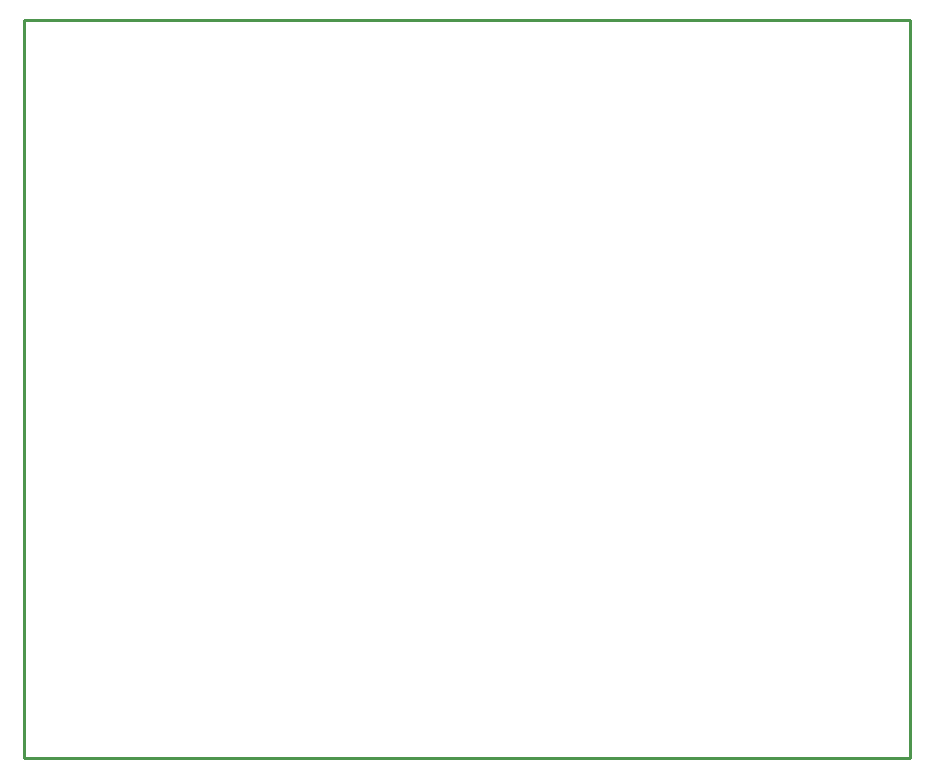
<source format=gko>
G04 Layer: BoardOutlineLayer*
G04 EasyEDA v6.5.47, 2024-09-23 22:29:33*
G04 5a6e75cfa2c046329717b22c304bfbd2,c2d4411aa706456985f533cd49438c3a,10*
G04 Gerber Generator version 0.2*
G04 Scale: 100 percent, Rotated: No, Reflected: No *
G04 Dimensions in millimeters *
G04 leading zeros omitted , absolute positions ,4 integer and 5 decimal *
%FSLAX45Y45*%
%MOMM*%

%ADD10C,0.2540*%
D10*
X0Y0D02*
G01*
X7499984Y0D01*
X7499984Y-6249987D01*
X0Y-6249987D01*
X0Y0D01*

%LPD*%
M02*

</source>
